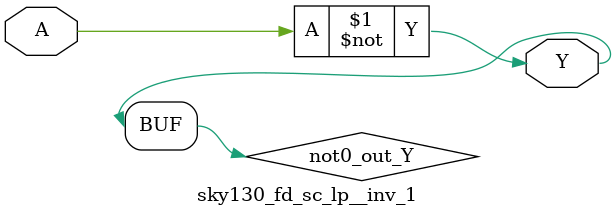
<source format=v>
/*
 * Copyright 2020 The SkyWater PDK Authors
 *
 * Licensed under the Apache License, Version 2.0 (the "License");
 * you may not use this file except in compliance with the License.
 * You may obtain a copy of the License at
 *
 *     https://www.apache.org/licenses/LICENSE-2.0
 *
 * Unless required by applicable law or agreed to in writing, software
 * distributed under the License is distributed on an "AS IS" BASIS,
 * WITHOUT WARRANTIES OR CONDITIONS OF ANY KIND, either express or implied.
 * See the License for the specific language governing permissions and
 * limitations under the License.
 *
 * SPDX-License-Identifier: Apache-2.0
*/


`ifndef SKY130_FD_SC_LP__INV_1_FUNCTIONAL_V
`define SKY130_FD_SC_LP__INV_1_FUNCTIONAL_V

/**
 * inv: Inverter.
 *
 * Verilog simulation functional model.
 */

`timescale 1ns / 1ps
`default_nettype none

`celldefine
module sky130_fd_sc_lp__inv_1 (
    Y,
    A
);

    // Module ports
    output Y;
    input  A;

    // Local signals
    wire not0_out_Y;

    //  Name  Output      Other arguments
    not not0 (not0_out_Y, A              );
    buf buf0 (Y         , not0_out_Y     );

endmodule
`endcelldefine

`default_nettype wire
`endif  // SKY130_FD_SC_LP__INV_1_FUNCTIONAL_V

</source>
